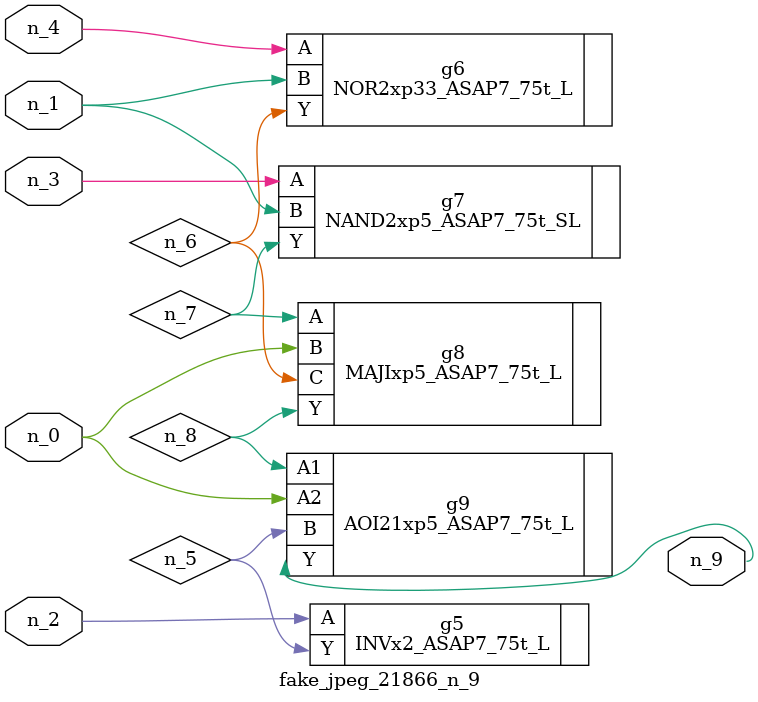
<source format=v>
module fake_jpeg_21866_n_9 (n_3, n_2, n_1, n_0, n_4, n_9);

input n_3;
input n_2;
input n_1;
input n_0;
input n_4;

output n_9;

wire n_8;
wire n_6;
wire n_5;
wire n_7;

INVx2_ASAP7_75t_L g5 ( 
.A(n_2),
.Y(n_5)
);

NOR2xp33_ASAP7_75t_L g6 ( 
.A(n_4),
.B(n_1),
.Y(n_6)
);

NAND2xp5_ASAP7_75t_SL g7 ( 
.A(n_3),
.B(n_1),
.Y(n_7)
);

MAJIxp5_ASAP7_75t_L g8 ( 
.A(n_7),
.B(n_0),
.C(n_6),
.Y(n_8)
);

AOI21xp5_ASAP7_75t_L g9 ( 
.A1(n_8),
.A2(n_0),
.B(n_5),
.Y(n_9)
);


endmodule
</source>
